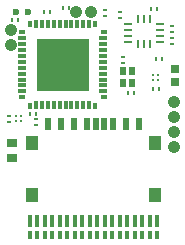
<source format=gbr>
G04 EAGLE Gerber RS-274X export*
G75*
%MOMM*%
%FSLAX34Y34*%
%LPD*%
%INSoldermask Bottom*%
%IPPOS*%
%AMOC8*
5,1,8,0,0,1.08239X$1,22.5*%
G01*
%ADD10R,0.381000X0.762000*%
%ADD11R,0.381000X1.016000*%
%ADD12R,0.500000X1.000000*%
%ADD13R,1.050000X1.200000*%
%ADD14R,0.900000X0.700000*%
%ADD15R,0.550000X0.300000*%
%ADD16R,0.650000X0.300000*%
%ADD17R,0.300000X0.550000*%
%ADD18R,0.300000X0.650000*%
%ADD19R,4.500000X4.500000*%
%ADD20R,0.250000X0.350000*%
%ADD21R,0.350000X0.250000*%
%ADD22C,0.250000*%
%ADD23C,1.050000*%
%ADD24C,0.600000*%
%ADD25R,0.762000X0.685800*%
%ADD26R,0.280000X0.430000*%
%ADD27R,0.500000X0.700000*%
%ADD28R,0.800000X0.250000*%
%ADD29R,0.250000X0.800000*%
%ADD30R,0.430000X0.280000*%


D10*
X61925Y37660D03*
X68275Y37660D03*
X55575Y37660D03*
X74625Y37660D03*
X49225Y37660D03*
X80975Y37660D03*
X42875Y37660D03*
X36525Y37660D03*
X87325Y37660D03*
X93675Y37660D03*
D11*
X36525Y49090D03*
X42875Y49090D03*
X49225Y49090D03*
X55575Y49090D03*
X61925Y49090D03*
X68275Y49090D03*
X74625Y49090D03*
X80975Y49090D03*
D10*
X100025Y37660D03*
X106375Y37660D03*
X112725Y37660D03*
X119075Y37660D03*
X125425Y37660D03*
X131775Y37660D03*
X138125Y37660D03*
X144475Y37660D03*
D11*
X87325Y49090D03*
X93675Y49090D03*
X100025Y49090D03*
X106375Y49090D03*
X112725Y49090D03*
X119075Y49090D03*
X125425Y49090D03*
X131775Y49090D03*
X138125Y49090D03*
X144475Y49090D03*
D12*
X129000Y131500D03*
X118000Y131500D03*
X107000Y131500D03*
X99500Y131500D03*
X92500Y131500D03*
X85000Y131500D03*
X74000Y131500D03*
X63000Y131500D03*
X52000Y131500D03*
D13*
X38200Y70900D03*
X142800Y70900D03*
X38200Y115400D03*
X142800Y115400D03*
D14*
X22000Y102500D03*
X22000Y115500D03*
D15*
X99250Y209000D03*
D16*
X98750Y204000D03*
X98750Y199000D03*
X98750Y194000D03*
X98750Y189000D03*
X98750Y184000D03*
X98750Y179000D03*
X98750Y174000D03*
X98750Y169000D03*
X98750Y164000D03*
X98750Y159000D03*
D15*
X99250Y154000D03*
D17*
X92000Y146750D03*
D18*
X87000Y147250D03*
X82000Y147250D03*
X77000Y147250D03*
X72000Y147250D03*
X67000Y147250D03*
X62000Y147250D03*
X57000Y147250D03*
X52000Y147250D03*
X47000Y147250D03*
X42000Y147250D03*
D17*
X37000Y146750D03*
D15*
X29750Y154000D03*
D16*
X30250Y159000D03*
X30250Y164000D03*
X30250Y169000D03*
X30250Y174000D03*
X30250Y179000D03*
X30250Y184000D03*
X30250Y189000D03*
X30250Y194000D03*
X30250Y199000D03*
X30250Y204000D03*
D15*
X29750Y209000D03*
D17*
X37000Y216250D03*
D18*
X42000Y215750D03*
X47000Y215750D03*
X52000Y215750D03*
X57000Y215750D03*
X62000Y215750D03*
X67000Y215750D03*
X72000Y215750D03*
X77000Y215750D03*
X82000Y215750D03*
X87000Y215750D03*
D17*
X92000Y216250D03*
D19*
X64500Y181500D03*
D20*
X42000Y139500D03*
X37000Y139500D03*
X21500Y219500D03*
X26500Y219500D03*
D21*
X100000Y228000D03*
X100000Y223000D03*
D22*
X141468Y168468D03*
X145532Y168468D03*
X141468Y172532D03*
X145532Y172532D03*
D20*
X148500Y186000D03*
X143500Y186000D03*
X146000Y161000D03*
X141000Y161000D03*
D22*
X29032Y138032D03*
X24968Y138032D03*
X29032Y133968D03*
X24968Y133968D03*
D21*
X42000Y130500D03*
X42000Y135500D03*
X19000Y133000D03*
X19000Y138000D03*
D23*
X76150Y226000D03*
X88850Y226000D03*
D24*
X35000Y226500D03*
X25000Y226500D03*
D25*
X160000Y177834D03*
X160000Y167166D03*
D26*
X69550Y229500D03*
X64450Y229500D03*
D27*
X116000Y166000D03*
X116000Y176000D03*
X123000Y166000D03*
X123000Y176000D03*
D20*
X120000Y158000D03*
X125000Y158000D03*
D21*
X115500Y188000D03*
X115500Y183000D03*
D23*
X20500Y210850D03*
X20500Y198150D03*
X159000Y137550D03*
X159000Y150250D03*
X159000Y112150D03*
X159000Y124850D03*
D28*
X146750Y216000D03*
X146750Y211000D03*
X146750Y206000D03*
X146750Y201000D03*
D29*
X138500Y198750D03*
X133500Y198750D03*
X128500Y198750D03*
D28*
X120250Y201000D03*
X120250Y206000D03*
X120250Y211000D03*
X120250Y216000D03*
D29*
X128500Y220250D03*
X133500Y220250D03*
X138500Y220250D03*
D30*
X113000Y220950D03*
X113000Y226050D03*
D26*
X144050Y229000D03*
X138950Y229000D03*
D30*
X157000Y199450D03*
X157000Y204550D03*
X157000Y214050D03*
X157000Y208950D03*
D26*
X48450Y226000D03*
X53550Y226000D03*
M02*

</source>
